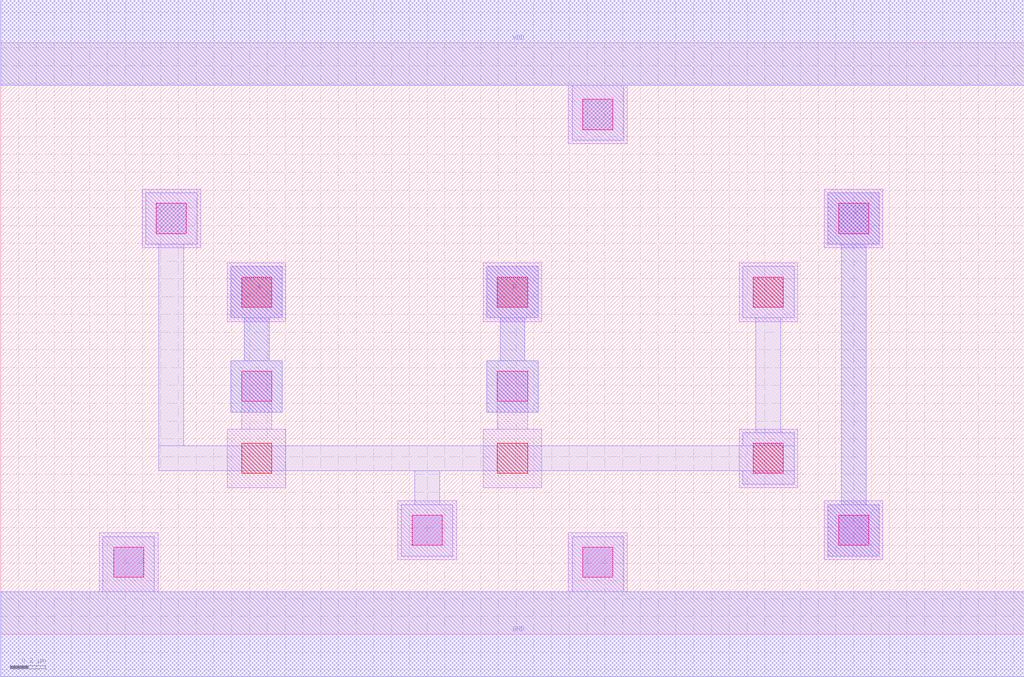
<source format=lef>
MACRO OR2X1
 CLASS CORE ;
 FOREIGN OR2X1 0 0 ;
 SIZE 5.76 BY 3.33 ;
 ORIGIN 0 0 ;
 SYMMETRY X Y R90 ;
 SITE unit ;
  PIN VDD
   DIRECTION INOUT ;
   USE POWER ;
   SHAPE ABUTMENT ;
    PORT
     CLASS CORE ;
       LAYER met1 ;
        RECT 0.00000000 3.09000000 5.76000000 3.57000000 ;
    END
  END VDD

  PIN GND
   DIRECTION INOUT ;
   USE POWER ;
   SHAPE ABUTMENT ;
    PORT
     CLASS CORE ;
       LAYER met1 ;
        RECT 0.00000000 -0.24000000 5.76000000 0.24000000 ;
    END
  END GND

  PIN Y
   DIRECTION INOUT ;
   USE SIGNAL ;
   SHAPE ABUTMENT ;
    PORT
     CLASS CORE ;
       LAYER met1 ;
        RECT 4.65500000 0.44000000 4.94500000 0.73000000 ;
        RECT 4.73000000 0.73000000 4.87000000 2.19500000 ;
        RECT 4.65500000 2.19500000 4.94500000 2.48500000 ;
    END
  END Y

  PIN A
   DIRECTION INOUT ;
   USE SIGNAL ;
   SHAPE ABUTMENT ;
    PORT
     CLASS CORE ;
       LAYER met1 ;
        RECT 1.29500000 1.25000000 1.58500000 1.54000000 ;
        RECT 1.37000000 1.54000000 1.51000000 1.78000000 ;
        RECT 1.29500000 1.78000000 1.58500000 2.07000000 ;
    END
  END A

  PIN B
   DIRECTION INOUT ;
   USE SIGNAL ;
   SHAPE ABUTMENT ;
    PORT
     CLASS CORE ;
       LAYER met1 ;
        RECT 2.73500000 1.25000000 3.02500000 1.54000000 ;
        RECT 2.81000000 1.54000000 2.95000000 1.78000000 ;
        RECT 2.73500000 1.78000000 3.02500000 2.07000000 ;
    END
  END B

 OBS
    LAYER polycont ;
     RECT 1.35500000 0.90500000 1.52500000 1.07500000 ;
     RECT 2.79500000 0.90500000 2.96500000 1.07500000 ;
     RECT 4.23500000 0.90500000 4.40500000 1.07500000 ;
     RECT 1.35500000 1.84000000 1.52500000 2.01000000 ;
     RECT 2.79500000 1.84000000 2.96500000 2.01000000 ;
     RECT 4.23500000 1.84000000 4.40500000 2.01000000 ;

    LAYER pdiffc ;
     RECT 0.87500000 2.25500000 1.04500000 2.42500000 ;
     RECT 4.71500000 2.25500000 4.88500000 2.42500000 ;
     RECT 3.27500000 2.84000000 3.44500000 3.01000000 ;

    LAYER ndiffc ;
     RECT 0.63500000 0.32000000 0.80500000 0.49000000 ;
     RECT 3.27500000 0.32000000 3.44500000 0.49000000 ;
     RECT 2.31500000 0.50000000 2.48500000 0.67000000 ;
     RECT 4.71500000 0.50000000 4.88500000 0.67000000 ;

    LAYER li1 ;
     RECT 0.55500000 0.24000000 0.88500000 0.57000000 ;
     RECT 3.19500000 0.24000000 3.52500000 0.57000000 ;
     RECT 2.23500000 0.42000000 2.56500000 0.75000000 ;
     RECT 4.63500000 0.42000000 4.96500000 0.75000000 ;
     RECT 4.15500000 0.82500000 4.48500000 1.15500000 ;
     RECT 1.27500000 0.82500000 1.60500000 1.15500000 ;
     RECT 1.35500000 1.15500000 1.52500000 1.48000000 ;
     RECT 2.71500000 0.82500000 3.04500000 1.15500000 ;
     RECT 2.79500000 1.15500000 2.96500000 1.48000000 ;
     RECT 1.27500000 1.76000000 1.60500000 2.09000000 ;
     RECT 2.71500000 1.76000000 3.04500000 2.09000000 ;
     RECT 4.15500000 1.76000000 4.48500000 2.09000000 ;
     RECT 0.79500000 2.17500000 1.12500000 2.50500000 ;
     RECT 4.63500000 2.17500000 4.96500000 2.50500000 ;
     RECT 3.19500000 2.76000000 3.52500000 3.09000000 ;

    LAYER viali ;
     RECT 0.63500000 0.32000000 0.80500000 0.49000000 ;
     RECT 3.27500000 0.32000000 3.44500000 0.49000000 ;
     RECT 2.31500000 0.50000000 2.48500000 0.67000000 ;
     RECT 4.71500000 0.50000000 4.88500000 0.67000000 ;
     RECT 4.23500000 0.90500000 4.40500000 1.07500000 ;
     RECT 1.35500000 1.31000000 1.52500000 1.48000000 ;
     RECT 2.79500000 1.31000000 2.96500000 1.48000000 ;
     RECT 1.35500000 1.84000000 1.52500000 2.01000000 ;
     RECT 2.79500000 1.84000000 2.96500000 2.01000000 ;
     RECT 4.23500000 1.84000000 4.40500000 2.01000000 ;
     RECT 0.87500000 2.25500000 1.04500000 2.42500000 ;
     RECT 4.71500000 2.25500000 4.88500000 2.42500000 ;
     RECT 3.27500000 2.84000000 3.44500000 3.01000000 ;

    LAYER met1 ;
     RECT 0.00000000 -0.24000000 5.76000000 0.24000000 ;
     RECT 0.57500000 0.24000000 0.86500000 0.55000000 ;
     RECT 3.21500000 0.24000000 3.50500000 0.55000000 ;
     RECT 1.29500000 1.25000000 1.58500000 1.54000000 ;
     RECT 1.37000000 1.54000000 1.51000000 1.78000000 ;
     RECT 1.29500000 1.78000000 1.58500000 2.07000000 ;
     RECT 2.73500000 1.25000000 3.02500000 1.54000000 ;
     RECT 2.81000000 1.54000000 2.95000000 1.78000000 ;
     RECT 2.73500000 1.78000000 3.02500000 2.07000000 ;
     RECT 2.25500000 0.44000000 2.54500000 0.73000000 ;
     RECT 2.33000000 0.73000000 2.47000000 0.92000000 ;
     RECT 4.17500000 0.84500000 4.46500000 0.92000000 ;
     RECT 0.89000000 0.92000000 4.46500000 1.06000000 ;
     RECT 4.17500000 1.06000000 4.46500000 1.13500000 ;
     RECT 4.25000000 1.13500000 4.39000000 1.78000000 ;
     RECT 4.17500000 1.78000000 4.46500000 2.07000000 ;
     RECT 0.89000000 1.06000000 1.03000000 2.19500000 ;
     RECT 0.81500000 2.19500000 1.10500000 2.48500000 ;
     RECT 4.65500000 0.44000000 4.94500000 0.73000000 ;
     RECT 4.73000000 0.73000000 4.87000000 2.19500000 ;
     RECT 4.65500000 2.19500000 4.94500000 2.48500000 ;
     RECT 3.21500000 2.78000000 3.50500000 3.09000000 ;
     RECT 0.00000000 3.09000000 5.76000000 3.57000000 ;

 END
END OR2X1

</source>
